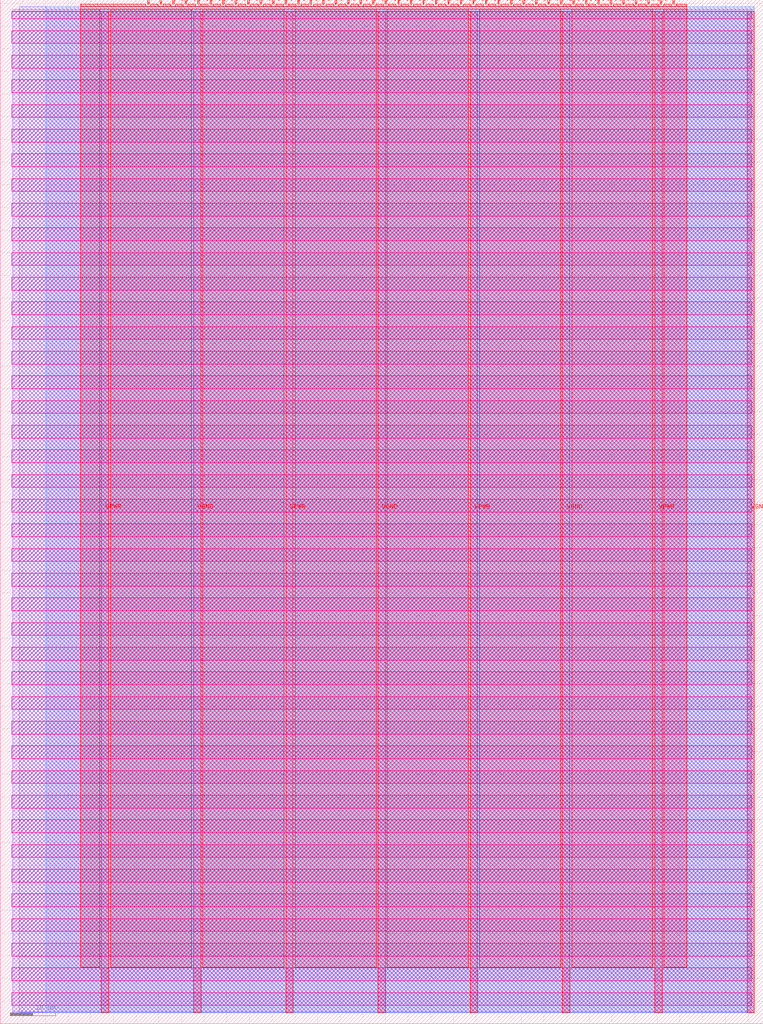
<source format=lef>
VERSION 5.7 ;
  NOWIREEXTENSIONATPIN ON ;
  DIVIDERCHAR "/" ;
  BUSBITCHARS "[]" ;
MACRO tt_um_rtfb_collatz_dup
  CLASS BLOCK ;
  FOREIGN tt_um_rtfb_collatz_dup ;
  ORIGIN 0.000 0.000 ;
  SIZE 168.360 BY 225.760 ;
  PIN VGND
    DIRECTION INOUT ;
    USE GROUND ;
    PORT
      LAYER met4 ;
        RECT 42.670 2.480 44.270 223.280 ;
    END
    PORT
      LAYER met4 ;
        RECT 83.380 2.480 84.980 223.280 ;
    END
    PORT
      LAYER met4 ;
        RECT 124.090 2.480 125.690 223.280 ;
    END
    PORT
      LAYER met4 ;
        RECT 164.800 2.480 166.400 223.280 ;
    END
  END VGND
  PIN VPWR
    DIRECTION INOUT ;
    USE POWER ;
    PORT
      LAYER met4 ;
        RECT 22.315 2.480 23.915 223.280 ;
    END
    PORT
      LAYER met4 ;
        RECT 63.025 2.480 64.625 223.280 ;
    END
    PORT
      LAYER met4 ;
        RECT 103.735 2.480 105.335 223.280 ;
    END
    PORT
      LAYER met4 ;
        RECT 144.445 2.480 146.045 223.280 ;
    END
  END VPWR
  PIN clk
    DIRECTION INPUT ;
    USE SIGNAL ;
    ANTENNAGATEAREA 0.852000 ;
    PORT
      LAYER met4 ;
        RECT 145.670 224.760 145.970 225.760 ;
    END
  END clk
  PIN ena
    DIRECTION INPUT ;
    USE SIGNAL ;
    PORT
      LAYER met4 ;
        RECT 148.430 224.760 148.730 225.760 ;
    END
  END ena
  PIN rst_n
    DIRECTION INPUT ;
    USE SIGNAL ;
    ANTENNAGATEAREA 0.159000 ;
    PORT
      LAYER met4 ;
        RECT 142.910 224.760 143.210 225.760 ;
    END
  END rst_n
  PIN ui_in[0]
    DIRECTION INPUT ;
    USE SIGNAL ;
    ANTENNAGATEAREA 0.213000 ;
    PORT
      LAYER met4 ;
        RECT 140.150 224.760 140.450 225.760 ;
    END
  END ui_in[0]
  PIN ui_in[1]
    DIRECTION INPUT ;
    USE SIGNAL ;
    ANTENNAGATEAREA 0.213000 ;
    PORT
      LAYER met4 ;
        RECT 137.390 224.760 137.690 225.760 ;
    END
  END ui_in[1]
  PIN ui_in[2]
    DIRECTION INPUT ;
    USE SIGNAL ;
    ANTENNAGATEAREA 0.159000 ;
    PORT
      LAYER met4 ;
        RECT 134.630 224.760 134.930 225.760 ;
    END
  END ui_in[2]
  PIN ui_in[3]
    DIRECTION INPUT ;
    USE SIGNAL ;
    ANTENNAGATEAREA 0.213000 ;
    PORT
      LAYER met4 ;
        RECT 131.870 224.760 132.170 225.760 ;
    END
  END ui_in[3]
  PIN ui_in[4]
    DIRECTION INPUT ;
    USE SIGNAL ;
    ANTENNAGATEAREA 0.213000 ;
    PORT
      LAYER met4 ;
        RECT 129.110 224.760 129.410 225.760 ;
    END
  END ui_in[4]
  PIN ui_in[5]
    DIRECTION INPUT ;
    USE SIGNAL ;
    ANTENNAGATEAREA 0.159000 ;
    PORT
      LAYER met4 ;
        RECT 126.350 224.760 126.650 225.760 ;
    END
  END ui_in[5]
  PIN ui_in[6]
    DIRECTION INPUT ;
    USE SIGNAL ;
    ANTENNAGATEAREA 0.159000 ;
    PORT
      LAYER met4 ;
        RECT 123.590 224.760 123.890 225.760 ;
    END
  END ui_in[6]
  PIN ui_in[7]
    DIRECTION INPUT ;
    USE SIGNAL ;
    ANTENNAGATEAREA 0.213000 ;
    PORT
      LAYER met4 ;
        RECT 120.830 224.760 121.130 225.760 ;
    END
  END ui_in[7]
  PIN uio_in[0]
    DIRECTION INPUT ;
    USE SIGNAL ;
    ANTENNAGATEAREA 0.159000 ;
    PORT
      LAYER met4 ;
        RECT 118.070 224.760 118.370 225.760 ;
    END
  END uio_in[0]
  PIN uio_in[1]
    DIRECTION INPUT ;
    USE SIGNAL ;
    ANTENNAGATEAREA 0.247500 ;
    PORT
      LAYER met4 ;
        RECT 115.310 224.760 115.610 225.760 ;
    END
  END uio_in[1]
  PIN uio_in[2]
    DIRECTION INPUT ;
    USE SIGNAL ;
    ANTENNAGATEAREA 0.247500 ;
    PORT
      LAYER met4 ;
        RECT 112.550 224.760 112.850 225.760 ;
    END
  END uio_in[2]
  PIN uio_in[3]
    DIRECTION INPUT ;
    USE SIGNAL ;
    ANTENNAGATEAREA 0.126000 ;
    PORT
      LAYER met4 ;
        RECT 109.790 224.760 110.090 225.760 ;
    END
  END uio_in[3]
  PIN uio_in[4]
    DIRECTION INPUT ;
    USE SIGNAL ;
    ANTENNAGATEAREA 0.159000 ;
    PORT
      LAYER met4 ;
        RECT 107.030 224.760 107.330 225.760 ;
    END
  END uio_in[4]
  PIN uio_in[5]
    DIRECTION INPUT ;
    USE SIGNAL ;
    ANTENNAGATEAREA 0.159000 ;
    PORT
      LAYER met4 ;
        RECT 104.270 224.760 104.570 225.760 ;
    END
  END uio_in[5]
  PIN uio_in[6]
    DIRECTION INPUT ;
    USE SIGNAL ;
    ANTENNAGATEAREA 0.196500 ;
    PORT
      LAYER met4 ;
        RECT 101.510 224.760 101.810 225.760 ;
    END
  END uio_in[6]
  PIN uio_in[7]
    DIRECTION INPUT ;
    USE SIGNAL ;
    ANTENNAGATEAREA 0.196500 ;
    PORT
      LAYER met4 ;
        RECT 98.750 224.760 99.050 225.760 ;
    END
  END uio_in[7]
  PIN uio_oe[0]
    DIRECTION OUTPUT TRISTATE ;
    USE SIGNAL ;
    PORT
      LAYER met4 ;
        RECT 51.830 224.760 52.130 225.760 ;
    END
  END uio_oe[0]
  PIN uio_oe[1]
    DIRECTION OUTPUT TRISTATE ;
    USE SIGNAL ;
    PORT
      LAYER met4 ;
        RECT 49.070 224.760 49.370 225.760 ;
    END
  END uio_oe[1]
  PIN uio_oe[2]
    DIRECTION OUTPUT TRISTATE ;
    USE SIGNAL ;
    PORT
      LAYER met4 ;
        RECT 46.310 224.760 46.610 225.760 ;
    END
  END uio_oe[2]
  PIN uio_oe[3]
    DIRECTION OUTPUT TRISTATE ;
    USE SIGNAL ;
    PORT
      LAYER met4 ;
        RECT 43.550 224.760 43.850 225.760 ;
    END
  END uio_oe[3]
  PIN uio_oe[4]
    DIRECTION OUTPUT TRISTATE ;
    USE SIGNAL ;
    PORT
      LAYER met4 ;
        RECT 40.790 224.760 41.090 225.760 ;
    END
  END uio_oe[4]
  PIN uio_oe[5]
    DIRECTION OUTPUT TRISTATE ;
    USE SIGNAL ;
    PORT
      LAYER met4 ;
        RECT 38.030 224.760 38.330 225.760 ;
    END
  END uio_oe[5]
  PIN uio_oe[6]
    DIRECTION OUTPUT TRISTATE ;
    USE SIGNAL ;
    PORT
      LAYER met4 ;
        RECT 35.270 224.760 35.570 225.760 ;
    END
  END uio_oe[6]
  PIN uio_oe[7]
    DIRECTION OUTPUT TRISTATE ;
    USE SIGNAL ;
    ANTENNADIFFAREA 0.795200 ;
    PORT
      LAYER met4 ;
        RECT 32.510 224.760 32.810 225.760 ;
    END
  END uio_oe[7]
  PIN uio_out[0]
    DIRECTION OUTPUT TRISTATE ;
    USE SIGNAL ;
    PORT
      LAYER met4 ;
        RECT 73.910 224.760 74.210 225.760 ;
    END
  END uio_out[0]
  PIN uio_out[1]
    DIRECTION OUTPUT TRISTATE ;
    USE SIGNAL ;
    PORT
      LAYER met4 ;
        RECT 71.150 224.760 71.450 225.760 ;
    END
  END uio_out[1]
  PIN uio_out[2]
    DIRECTION OUTPUT TRISTATE ;
    USE SIGNAL ;
    PORT
      LAYER met4 ;
        RECT 68.390 224.760 68.690 225.760 ;
    END
  END uio_out[2]
  PIN uio_out[3]
    DIRECTION OUTPUT TRISTATE ;
    USE SIGNAL ;
    PORT
      LAYER met4 ;
        RECT 65.630 224.760 65.930 225.760 ;
    END
  END uio_out[3]
  PIN uio_out[4]
    DIRECTION OUTPUT TRISTATE ;
    USE SIGNAL ;
    PORT
      LAYER met4 ;
        RECT 62.870 224.760 63.170 225.760 ;
    END
  END uio_out[4]
  PIN uio_out[5]
    DIRECTION OUTPUT TRISTATE ;
    USE SIGNAL ;
    PORT
      LAYER met4 ;
        RECT 60.110 224.760 60.410 225.760 ;
    END
  END uio_out[5]
  PIN uio_out[6]
    DIRECTION OUTPUT TRISTATE ;
    USE SIGNAL ;
    PORT
      LAYER met4 ;
        RECT 57.350 224.760 57.650 225.760 ;
    END
  END uio_out[6]
  PIN uio_out[7]
    DIRECTION OUTPUT TRISTATE ;
    USE SIGNAL ;
    ANTENNADIFFAREA 0.795200 ;
    PORT
      LAYER met4 ;
        RECT 54.590 224.760 54.890 225.760 ;
    END
  END uio_out[7]
  PIN uo_out[0]
    DIRECTION OUTPUT TRISTATE ;
    USE SIGNAL ;
    ANTENNAGATEAREA 0.247500 ;
    ANTENNADIFFAREA 0.445500 ;
    PORT
      LAYER met4 ;
        RECT 95.990 224.760 96.290 225.760 ;
    END
  END uo_out[0]
  PIN uo_out[1]
    DIRECTION OUTPUT TRISTATE ;
    USE SIGNAL ;
    ANTENNAGATEAREA 0.247500 ;
    ANTENNADIFFAREA 0.445500 ;
    PORT
      LAYER met4 ;
        RECT 93.230 224.760 93.530 225.760 ;
    END
  END uo_out[1]
  PIN uo_out[2]
    DIRECTION OUTPUT TRISTATE ;
    USE SIGNAL ;
    ANTENNAGATEAREA 0.247500 ;
    ANTENNADIFFAREA 0.891000 ;
    PORT
      LAYER met4 ;
        RECT 90.470 224.760 90.770 225.760 ;
    END
  END uo_out[2]
  PIN uo_out[3]
    DIRECTION OUTPUT TRISTATE ;
    USE SIGNAL ;
    ANTENNAGATEAREA 0.247500 ;
    ANTENNADIFFAREA 0.445500 ;
    PORT
      LAYER met4 ;
        RECT 87.710 224.760 88.010 225.760 ;
    END
  END uo_out[3]
  PIN uo_out[4]
    DIRECTION OUTPUT TRISTATE ;
    USE SIGNAL ;
    ANTENNAGATEAREA 0.247500 ;
    ANTENNADIFFAREA 0.891000 ;
    PORT
      LAYER met4 ;
        RECT 84.950 224.760 85.250 225.760 ;
    END
  END uo_out[4]
  PIN uo_out[5]
    DIRECTION OUTPUT TRISTATE ;
    USE SIGNAL ;
    ANTENNAGATEAREA 0.247500 ;
    ANTENNADIFFAREA 0.445500 ;
    PORT
      LAYER met4 ;
        RECT 82.190 224.760 82.490 225.760 ;
    END
  END uo_out[5]
  PIN uo_out[6]
    DIRECTION OUTPUT TRISTATE ;
    USE SIGNAL ;
    ANTENNAGATEAREA 0.247500 ;
    ANTENNADIFFAREA 0.445500 ;
    PORT
      LAYER met4 ;
        RECT 79.430 224.760 79.730 225.760 ;
    END
  END uo_out[6]
  PIN uo_out[7]
    DIRECTION OUTPUT TRISTATE ;
    USE SIGNAL ;
    ANTENNAGATEAREA 0.247500 ;
    ANTENNADIFFAREA 0.891000 ;
    PORT
      LAYER met4 ;
        RECT 76.670 224.760 76.970 225.760 ;
    END
  END uo_out[7]
  OBS
      LAYER nwell ;
        RECT 2.570 221.625 165.790 223.230 ;
        RECT 2.570 216.185 165.790 219.015 ;
        RECT 2.570 210.745 165.790 213.575 ;
        RECT 2.570 205.305 165.790 208.135 ;
        RECT 2.570 199.865 165.790 202.695 ;
        RECT 2.570 194.425 165.790 197.255 ;
        RECT 2.570 188.985 165.790 191.815 ;
        RECT 2.570 183.545 165.790 186.375 ;
        RECT 2.570 178.105 165.790 180.935 ;
        RECT 2.570 172.665 165.790 175.495 ;
        RECT 2.570 167.225 165.790 170.055 ;
        RECT 2.570 161.785 165.790 164.615 ;
        RECT 2.570 156.345 165.790 159.175 ;
        RECT 2.570 150.905 165.790 153.735 ;
        RECT 2.570 145.465 165.790 148.295 ;
        RECT 2.570 140.025 165.790 142.855 ;
        RECT 2.570 134.585 165.790 137.415 ;
        RECT 2.570 129.145 165.790 131.975 ;
        RECT 2.570 123.705 165.790 126.535 ;
        RECT 2.570 118.265 165.790 121.095 ;
        RECT 2.570 112.825 165.790 115.655 ;
        RECT 2.570 107.385 165.790 110.215 ;
        RECT 2.570 101.945 165.790 104.775 ;
        RECT 2.570 96.505 165.790 99.335 ;
        RECT 2.570 91.065 165.790 93.895 ;
        RECT 2.570 85.625 165.790 88.455 ;
        RECT 2.570 80.185 165.790 83.015 ;
        RECT 2.570 74.745 165.790 77.575 ;
        RECT 2.570 69.305 165.790 72.135 ;
        RECT 2.570 63.865 165.790 66.695 ;
        RECT 2.570 58.425 165.790 61.255 ;
        RECT 2.570 52.985 165.790 55.815 ;
        RECT 2.570 47.545 165.790 50.375 ;
        RECT 2.570 42.105 165.790 44.935 ;
        RECT 2.570 36.665 165.790 39.495 ;
        RECT 2.570 31.225 165.790 34.055 ;
        RECT 2.570 25.785 165.790 28.615 ;
        RECT 2.570 20.345 165.790 23.175 ;
        RECT 2.570 14.905 165.790 17.735 ;
        RECT 2.570 9.465 165.790 12.295 ;
        RECT 2.570 4.025 165.790 6.855 ;
      LAYER li1 ;
        RECT 2.760 2.635 165.600 223.125 ;
      LAYER met1 ;
        RECT 2.760 2.480 166.400 223.680 ;
      LAYER met2 ;
        RECT 4.240 2.535 166.370 224.245 ;
      LAYER met3 ;
        RECT 10.185 2.555 166.390 224.225 ;
      LAYER met4 ;
        RECT 17.775 224.360 32.110 224.760 ;
        RECT 33.210 224.360 34.870 224.760 ;
        RECT 35.970 224.360 37.630 224.760 ;
        RECT 38.730 224.360 40.390 224.760 ;
        RECT 41.490 224.360 43.150 224.760 ;
        RECT 44.250 224.360 45.910 224.760 ;
        RECT 47.010 224.360 48.670 224.760 ;
        RECT 49.770 224.360 51.430 224.760 ;
        RECT 52.530 224.360 54.190 224.760 ;
        RECT 55.290 224.360 56.950 224.760 ;
        RECT 58.050 224.360 59.710 224.760 ;
        RECT 60.810 224.360 62.470 224.760 ;
        RECT 63.570 224.360 65.230 224.760 ;
        RECT 66.330 224.360 67.990 224.760 ;
        RECT 69.090 224.360 70.750 224.760 ;
        RECT 71.850 224.360 73.510 224.760 ;
        RECT 74.610 224.360 76.270 224.760 ;
        RECT 77.370 224.360 79.030 224.760 ;
        RECT 80.130 224.360 81.790 224.760 ;
        RECT 82.890 224.360 84.550 224.760 ;
        RECT 85.650 224.360 87.310 224.760 ;
        RECT 88.410 224.360 90.070 224.760 ;
        RECT 91.170 224.360 92.830 224.760 ;
        RECT 93.930 224.360 95.590 224.760 ;
        RECT 96.690 224.360 98.350 224.760 ;
        RECT 99.450 224.360 101.110 224.760 ;
        RECT 102.210 224.360 103.870 224.760 ;
        RECT 104.970 224.360 106.630 224.760 ;
        RECT 107.730 224.360 109.390 224.760 ;
        RECT 110.490 224.360 112.150 224.760 ;
        RECT 113.250 224.360 114.910 224.760 ;
        RECT 116.010 224.360 117.670 224.760 ;
        RECT 118.770 224.360 120.430 224.760 ;
        RECT 121.530 224.360 123.190 224.760 ;
        RECT 124.290 224.360 125.950 224.760 ;
        RECT 127.050 224.360 128.710 224.760 ;
        RECT 129.810 224.360 131.470 224.760 ;
        RECT 132.570 224.360 134.230 224.760 ;
        RECT 135.330 224.360 136.990 224.760 ;
        RECT 138.090 224.360 139.750 224.760 ;
        RECT 140.850 224.360 142.510 224.760 ;
        RECT 143.610 224.360 145.270 224.760 ;
        RECT 146.370 224.360 148.030 224.760 ;
        RECT 149.130 224.360 151.505 224.760 ;
        RECT 17.775 223.680 151.505 224.360 ;
        RECT 17.775 12.415 21.915 223.680 ;
        RECT 24.315 12.415 42.270 223.680 ;
        RECT 44.670 12.415 62.625 223.680 ;
        RECT 65.025 12.415 82.980 223.680 ;
        RECT 85.380 12.415 103.335 223.680 ;
        RECT 105.735 12.415 123.690 223.680 ;
        RECT 126.090 12.415 144.045 223.680 ;
        RECT 146.445 12.415 151.505 223.680 ;
  END
END tt_um_rtfb_collatz_dup
END LIBRARY


</source>
